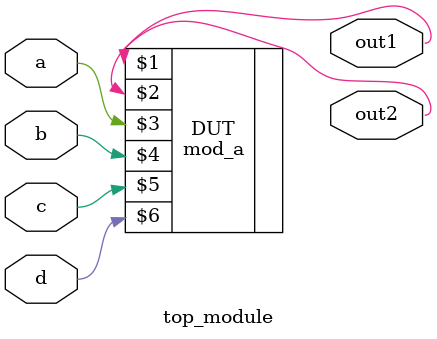
<source format=v>
module top_module ( 
    input a, 
    input b, 
    input c,
    input d,
    output out1,
    output out2
);

    mod_a DUT(out1, out2, a, b, c, d);
    
endmodule

</source>
